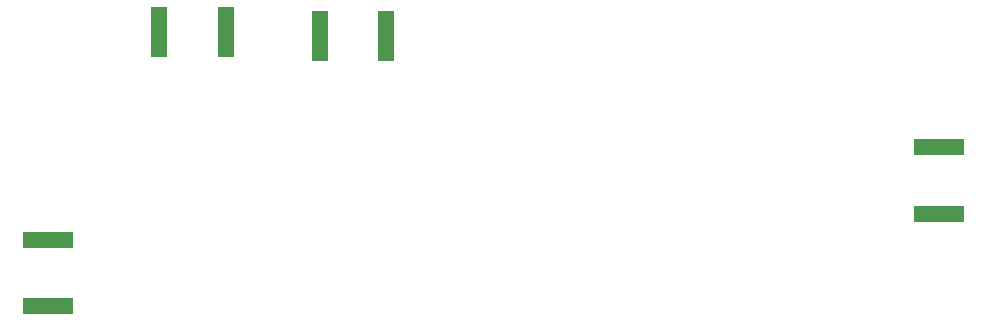
<source format=gbp>
G04*
G04 #@! TF.GenerationSoftware,Altium Limited,Altium Designer,21.6.1 (37)*
G04*
G04 Layer_Color=128*
%FSLAX44Y44*%
%MOMM*%
G71*
G04*
G04 #@! TF.SameCoordinates,4932F9C6-11AC-4B27-AC6D-AAE507F42B56*
G04*
G04*
G04 #@! TF.FilePolarity,Positive*
G04*
G01*
G75*
%ADD24R,4.2000X1.3500*%
%ADD37R,1.3500X4.2000*%
D24*
X879000Y256500D02*
D03*
Y200000D02*
D03*
X125000Y178250D02*
D03*
Y121750D02*
D03*
D37*
X411250Y351000D02*
D03*
X354750D02*
D03*
X275250Y354000D02*
D03*
X218750D02*
D03*
M02*

</source>
